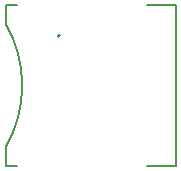
<source format=gbr>
%TF.GenerationSoftware,KiCad,Pcbnew,(6.0.9)*%
%TF.CreationDate,2023-01-07T15:13:03-07:00*%
%TF.ProjectId,gd32-devboard,67643332-2d64-4657-9662-6f6172642e6b,rev?*%
%TF.SameCoordinates,Original*%
%TF.FileFunction,Legend,Bot*%
%TF.FilePolarity,Positive*%
%FSLAX46Y46*%
G04 Gerber Fmt 4.6, Leading zero omitted, Abs format (unit mm)*
G04 Created by KiCad (PCBNEW (6.0.9)) date 2023-01-07 15:13:03*
%MOMM*%
%LPD*%
G01*
G04 APERTURE LIST*
%ADD10C,0.200000*%
%ADD11C,0.990600*%
%ADD12R,1.700000X1.700000*%
%ADD13O,1.700000X1.700000*%
%ADD14C,4.000000*%
%ADD15R,1.600000X1.600000*%
%ADD16C,1.600000*%
%ADD17C,0.900000*%
%ADD18R,1.200000X0.800000*%
%ADD19R,2.000000X1.500000*%
G04 APERTURE END LIST*
D10*
%TO.C,J701*%
X17353604Y-79173996D02*
X17353604Y-77623996D01*
X31803604Y-79173996D02*
X31803604Y-65573996D01*
X17353604Y-79173996D02*
X18303604Y-79173996D01*
X17353604Y-65573996D02*
X18303604Y-65573996D01*
X29303604Y-79173996D02*
X31803604Y-79173996D01*
X17353604Y-67123996D02*
X17353604Y-65573996D01*
X29303604Y-65573996D02*
X31803604Y-65573996D01*
X17353604Y-77623996D02*
G75*
G03*
X17353604Y-67123996I-9038541J5250000D01*
G01*
X21978604Y-68173996D02*
G75*
G03*
X21978604Y-68173996I-100000J0D01*
G01*
%TD*%
%LPC*%
D11*
%TO.C,J301*%
X43082203Y-92543795D03*
X41050203Y-92543795D03*
X42066203Y-87463795D03*
%TD*%
D12*
%TO.C,J901*%
X58300000Y-49620000D03*
D13*
X60840000Y-49620000D03*
X58300000Y-47080000D03*
X60840000Y-47080000D03*
X58300000Y-44540000D03*
X60840000Y-44540000D03*
X58300000Y-42000000D03*
X60840000Y-42000000D03*
X58300000Y-39460000D03*
X60840000Y-39460000D03*
%TD*%
D14*
%TO.C,J401*%
X26556205Y-36496866D03*
X51556205Y-36496866D03*
D15*
X33516205Y-36796866D03*
D16*
X36286205Y-36796866D03*
X39056205Y-36796866D03*
X41826205Y-36796866D03*
X44596205Y-36796866D03*
X34901205Y-33956866D03*
X37671205Y-33956866D03*
X40441205Y-33956866D03*
X43211205Y-33956866D03*
%TD*%
D12*
%TO.C,J801*%
X58300000Y-71200001D03*
D13*
X60840000Y-71200001D03*
X58300000Y-68660001D03*
X60840000Y-68660001D03*
X58300000Y-66120001D03*
X60840000Y-66120001D03*
X58300000Y-63580001D03*
X60840000Y-63580001D03*
X58300000Y-61040001D03*
X60840000Y-61040001D03*
X58300000Y-58500001D03*
X60840000Y-58500001D03*
X58300000Y-55960001D03*
X60840000Y-55960001D03*
X58300000Y-53420001D03*
X60840000Y-53420001D03*
%TD*%
D17*
%TO.C,J601*%
X39540000Y-103212500D03*
X43940000Y-103212500D03*
%TD*%
D11*
%TO.C,J201*%
X29483055Y-51188202D03*
X23376481Y-55857935D03*
X24813322Y-57294776D03*
%TD*%
%TO.C,J202*%
X33266825Y-57301731D03*
X28956302Y-60175413D03*
X30393143Y-61612254D03*
%TD*%
D18*
%TO.C,J701*%
X21953604Y-69148996D03*
X21953604Y-70248996D03*
X21953604Y-71348996D03*
X21953604Y-72448996D03*
X21953604Y-73548996D03*
X21953604Y-74648996D03*
X21953604Y-75748996D03*
X21953604Y-76848996D03*
D19*
X19753604Y-79318996D03*
X27953604Y-79318996D03*
X27953604Y-65428996D03*
X19753604Y-65428996D03*
%TD*%
M02*

</source>
